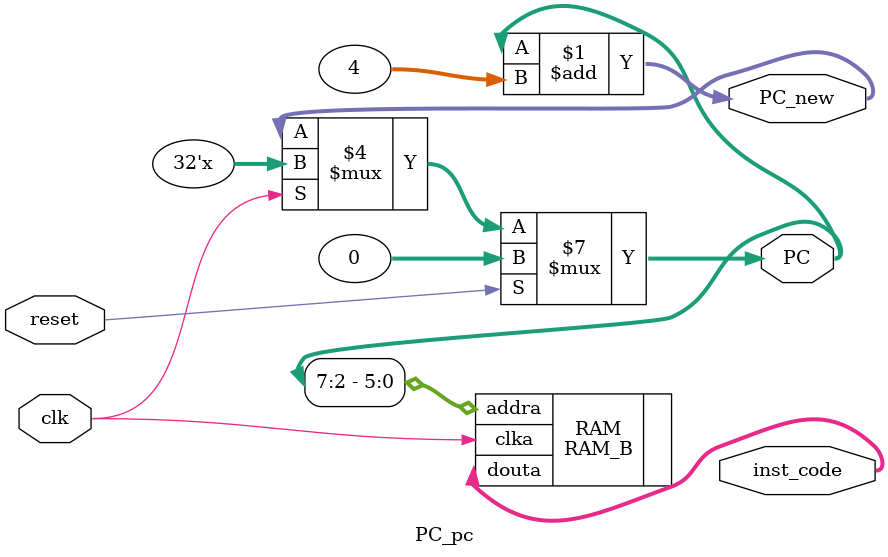
<source format=v>
`timescale 1ns / 1ps

module PC_pc(inst_code,clk,reset,PC,PC_new);
    input clk; 
	 output  [31:0]inst_code;
    input reset; 
	 
	 output reg[31:0]PC; 
	 output [31:0]PC_new; 
	 
	 assign PC_new=PC+4; 

RAM_B RAM(
     .clka(clk), // input clka
     .addra(PC[7:2]), // input [5 : 0] addra
     .douta(inst_code) // output [31 : 0] douta
);
	 always@(*)  
	   begin 
		  if(reset) begin PC<=32'H00000000; end
		     else if(~clk) begin  PC<=PC_new; end
		end
                     
endmodule


</source>
